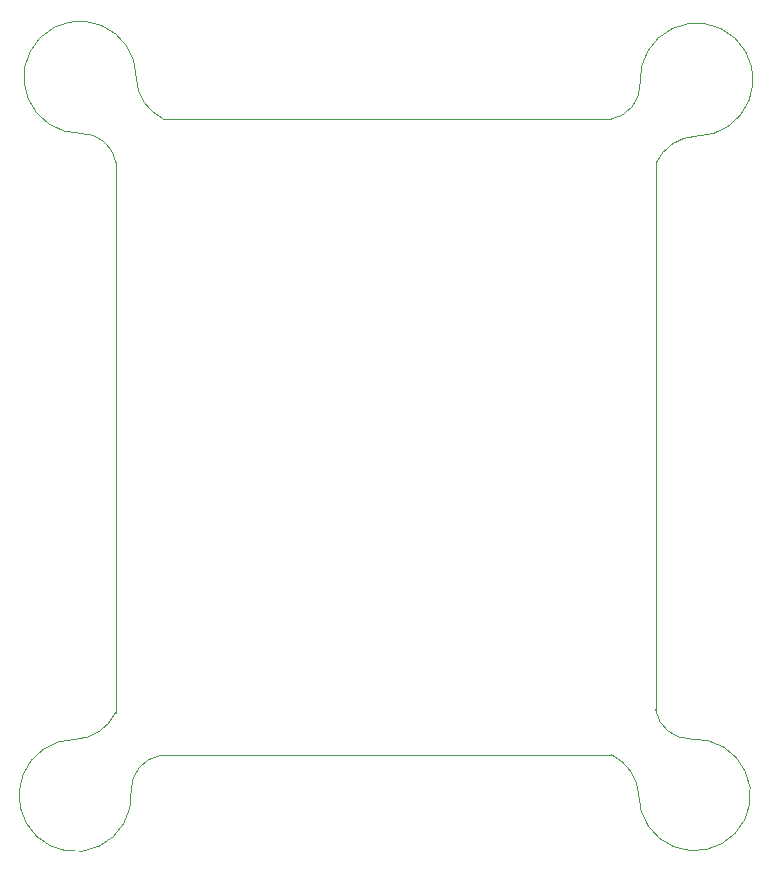
<source format=gbr>
%TF.GenerationSoftware,KiCad,Pcbnew,7.0.7*%
%TF.CreationDate,2023-10-16T17:54:11+02:00*%
%TF.ProjectId,arduino-nano-drone,61726475-696e-46f2-9d6e-616e6f2d6472,0*%
%TF.SameCoordinates,Original*%
%TF.FileFunction,Profile,NP*%
%FSLAX46Y46*%
G04 Gerber Fmt 4.6, Leading zero omitted, Abs format (unit mm)*
G04 Created by KiCad (PCBNEW 7.0.7) date 2023-10-16 17:54:11*
%MOMM*%
%LPD*%
G01*
G04 APERTURE LIST*
%TA.AperFunction,Profile*%
%ADD10C,0.100000*%
%TD*%
G04 APERTURE END LIST*
D10*
X94305311Y-41899099D02*
G75*
G03*
X91250000Y-39404209I-2955311J-500901D01*
G01*
X96004208Y-34650000D02*
G75*
G03*
X91250000Y-39404208I-4754208J0D01*
G01*
X98293238Y-38164321D02*
X136179167Y-38209442D01*
X98059552Y-92067290D02*
X136254903Y-92022278D01*
X96004208Y-34650000D02*
G75*
G03*
X98293238Y-38164321I3995792J100000D01*
G01*
X94256756Y-88447976D02*
X94305311Y-41899100D01*
X143450000Y-39635614D02*
G75*
G03*
X138674060Y-35154131I0J4785614D01*
G01*
X138553447Y-95411880D02*
G75*
G03*
X136254903Y-92022278I-4017247J-250020D01*
G01*
X90836202Y-90707685D02*
G75*
G03*
X94256756Y-88447976I-150002J3945785D01*
G01*
X139976750Y-88191050D02*
G75*
G03*
X143032071Y-90685938I2955350J500950D01*
G01*
X136179157Y-38209383D02*
G75*
G03*
X138674057Y-35154131I-500857J2955283D01*
G01*
X98059556Y-92067312D02*
G75*
G03*
X95577120Y-95106628I498344J-2940488D01*
G01*
X143450000Y-39635616D02*
G75*
G03*
X140020309Y-41909590I164300J-3971184D01*
G01*
X138553433Y-95411881D02*
G75*
G03*
X143032071Y-90685941I4732767J1D01*
G01*
X139976760Y-88191048D02*
X140020308Y-41909590D01*
X90836202Y-90707690D02*
G75*
G03*
X95577117Y-95106628I-2J-4754210D01*
G01*
M02*

</source>
